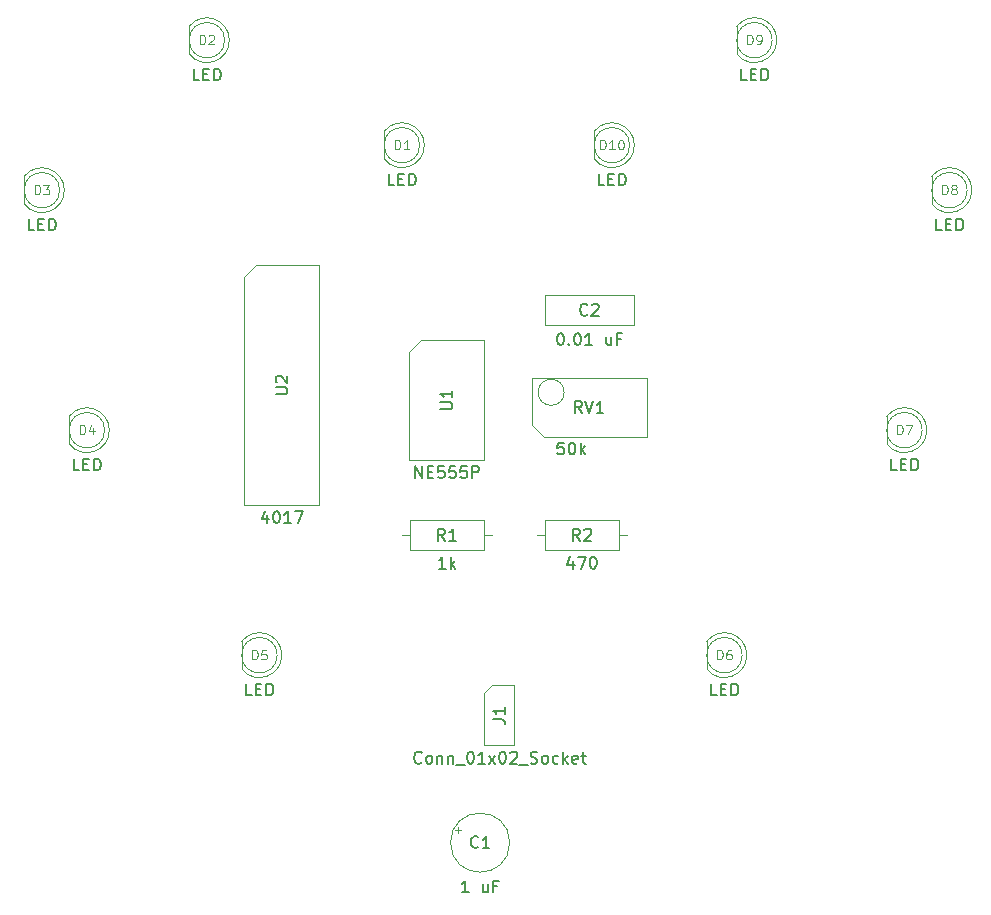
<source format=gbr>
%TF.GenerationSoftware,KiCad,Pcbnew,9.0.6*%
%TF.CreationDate,2026-02-17T17:24:45+05:30*%
%TF.ProjectId,blinky,626c696e-6b79-42e6-9b69-6361645f7063,rev?*%
%TF.SameCoordinates,Original*%
%TF.FileFunction,AssemblyDrawing,Top*%
%FSLAX46Y46*%
G04 Gerber Fmt 4.6, Leading zero omitted, Abs format (unit mm)*
G04 Created by KiCad (PCBNEW 9.0.6) date 2026-02-17 17:24:45*
%MOMM*%
%LPD*%
G01*
G04 APERTURE LIST*
%ADD10C,0.150000*%
%ADD11C,0.120000*%
%ADD12C,0.100000*%
G04 APERTURE END LIST*
D10*
X132072142Y-127874819D02*
X131595952Y-127874819D01*
X131595952Y-127874819D02*
X131595952Y-126874819D01*
X132405476Y-127351009D02*
X132738809Y-127351009D01*
X132881666Y-127874819D02*
X132405476Y-127874819D01*
X132405476Y-127874819D02*
X132405476Y-126874819D01*
X132405476Y-126874819D02*
X132881666Y-126874819D01*
X133310238Y-127874819D02*
X133310238Y-126874819D01*
X133310238Y-126874819D02*
X133548333Y-126874819D01*
X133548333Y-126874819D02*
X133691190Y-126922438D01*
X133691190Y-126922438D02*
X133786428Y-127017676D01*
X133786428Y-127017676D02*
X133834047Y-127112914D01*
X133834047Y-127112914D02*
X133881666Y-127303390D01*
X133881666Y-127303390D02*
X133881666Y-127446247D01*
X133881666Y-127446247D02*
X133834047Y-127636723D01*
X133834047Y-127636723D02*
X133786428Y-127731961D01*
X133786428Y-127731961D02*
X133691190Y-127827200D01*
X133691190Y-127827200D02*
X133548333Y-127874819D01*
X133548333Y-127874819D02*
X133310238Y-127874819D01*
D11*
X132124524Y-124823855D02*
X132124524Y-124023855D01*
X132124524Y-124023855D02*
X132315000Y-124023855D01*
X132315000Y-124023855D02*
X132429286Y-124061950D01*
X132429286Y-124061950D02*
X132505476Y-124138140D01*
X132505476Y-124138140D02*
X132543571Y-124214331D01*
X132543571Y-124214331D02*
X132581667Y-124366712D01*
X132581667Y-124366712D02*
X132581667Y-124480998D01*
X132581667Y-124480998D02*
X132543571Y-124633379D01*
X132543571Y-124633379D02*
X132505476Y-124709569D01*
X132505476Y-124709569D02*
X132429286Y-124785760D01*
X132429286Y-124785760D02*
X132315000Y-124823855D01*
X132315000Y-124823855D02*
X132124524Y-124823855D01*
X133305476Y-124023855D02*
X132924524Y-124023855D01*
X132924524Y-124023855D02*
X132886428Y-124404807D01*
X132886428Y-124404807D02*
X132924524Y-124366712D01*
X132924524Y-124366712D02*
X133000714Y-124328617D01*
X133000714Y-124328617D02*
X133191190Y-124328617D01*
X133191190Y-124328617D02*
X133267381Y-124366712D01*
X133267381Y-124366712D02*
X133305476Y-124404807D01*
X133305476Y-124404807D02*
X133343571Y-124480998D01*
X133343571Y-124480998D02*
X133343571Y-124671474D01*
X133343571Y-124671474D02*
X133305476Y-124747664D01*
X133305476Y-124747664D02*
X133267381Y-124785760D01*
X133267381Y-124785760D02*
X133191190Y-124823855D01*
X133191190Y-124823855D02*
X133000714Y-124823855D01*
X133000714Y-124823855D02*
X132924524Y-124785760D01*
X132924524Y-124785760D02*
X132886428Y-124747664D01*
D10*
X173982142Y-75804819D02*
X173505952Y-75804819D01*
X173505952Y-75804819D02*
X173505952Y-74804819D01*
X174315476Y-75281009D02*
X174648809Y-75281009D01*
X174791666Y-75804819D02*
X174315476Y-75804819D01*
X174315476Y-75804819D02*
X174315476Y-74804819D01*
X174315476Y-74804819D02*
X174791666Y-74804819D01*
X175220238Y-75804819D02*
X175220238Y-74804819D01*
X175220238Y-74804819D02*
X175458333Y-74804819D01*
X175458333Y-74804819D02*
X175601190Y-74852438D01*
X175601190Y-74852438D02*
X175696428Y-74947676D01*
X175696428Y-74947676D02*
X175744047Y-75042914D01*
X175744047Y-75042914D02*
X175791666Y-75233390D01*
X175791666Y-75233390D02*
X175791666Y-75376247D01*
X175791666Y-75376247D02*
X175744047Y-75566723D01*
X175744047Y-75566723D02*
X175696428Y-75661961D01*
X175696428Y-75661961D02*
X175601190Y-75757200D01*
X175601190Y-75757200D02*
X175458333Y-75804819D01*
X175458333Y-75804819D02*
X175220238Y-75804819D01*
D11*
X174034524Y-72753855D02*
X174034524Y-71953855D01*
X174034524Y-71953855D02*
X174225000Y-71953855D01*
X174225000Y-71953855D02*
X174339286Y-71991950D01*
X174339286Y-71991950D02*
X174415476Y-72068140D01*
X174415476Y-72068140D02*
X174453571Y-72144331D01*
X174453571Y-72144331D02*
X174491667Y-72296712D01*
X174491667Y-72296712D02*
X174491667Y-72410998D01*
X174491667Y-72410998D02*
X174453571Y-72563379D01*
X174453571Y-72563379D02*
X174415476Y-72639569D01*
X174415476Y-72639569D02*
X174339286Y-72715760D01*
X174339286Y-72715760D02*
X174225000Y-72753855D01*
X174225000Y-72753855D02*
X174034524Y-72753855D01*
X174872619Y-72753855D02*
X175025000Y-72753855D01*
X175025000Y-72753855D02*
X175101190Y-72715760D01*
X175101190Y-72715760D02*
X175139286Y-72677664D01*
X175139286Y-72677664D02*
X175215476Y-72563379D01*
X175215476Y-72563379D02*
X175253571Y-72410998D01*
X175253571Y-72410998D02*
X175253571Y-72106236D01*
X175253571Y-72106236D02*
X175215476Y-72030045D01*
X175215476Y-72030045D02*
X175177381Y-71991950D01*
X175177381Y-71991950D02*
X175101190Y-71953855D01*
X175101190Y-71953855D02*
X174948809Y-71953855D01*
X174948809Y-71953855D02*
X174872619Y-71991950D01*
X174872619Y-71991950D02*
X174834524Y-72030045D01*
X174834524Y-72030045D02*
X174796428Y-72106236D01*
X174796428Y-72106236D02*
X174796428Y-72296712D01*
X174796428Y-72296712D02*
X174834524Y-72372902D01*
X174834524Y-72372902D02*
X174872619Y-72410998D01*
X174872619Y-72410998D02*
X174948809Y-72449093D01*
X174948809Y-72449093D02*
X175101190Y-72449093D01*
X175101190Y-72449093D02*
X175177381Y-72410998D01*
X175177381Y-72410998D02*
X175215476Y-72372902D01*
X175215476Y-72372902D02*
X175253571Y-72296712D01*
D10*
X158472142Y-106459819D02*
X157995952Y-106459819D01*
X157995952Y-106459819D02*
X157948333Y-106936009D01*
X157948333Y-106936009D02*
X157995952Y-106888390D01*
X157995952Y-106888390D02*
X158091190Y-106840771D01*
X158091190Y-106840771D02*
X158329285Y-106840771D01*
X158329285Y-106840771D02*
X158424523Y-106888390D01*
X158424523Y-106888390D02*
X158472142Y-106936009D01*
X158472142Y-106936009D02*
X158519761Y-107031247D01*
X158519761Y-107031247D02*
X158519761Y-107269342D01*
X158519761Y-107269342D02*
X158472142Y-107364580D01*
X158472142Y-107364580D02*
X158424523Y-107412200D01*
X158424523Y-107412200D02*
X158329285Y-107459819D01*
X158329285Y-107459819D02*
X158091190Y-107459819D01*
X158091190Y-107459819D02*
X157995952Y-107412200D01*
X157995952Y-107412200D02*
X157948333Y-107364580D01*
X159138809Y-106459819D02*
X159234047Y-106459819D01*
X159234047Y-106459819D02*
X159329285Y-106507438D01*
X159329285Y-106507438D02*
X159376904Y-106555057D01*
X159376904Y-106555057D02*
X159424523Y-106650295D01*
X159424523Y-106650295D02*
X159472142Y-106840771D01*
X159472142Y-106840771D02*
X159472142Y-107078866D01*
X159472142Y-107078866D02*
X159424523Y-107269342D01*
X159424523Y-107269342D02*
X159376904Y-107364580D01*
X159376904Y-107364580D02*
X159329285Y-107412200D01*
X159329285Y-107412200D02*
X159234047Y-107459819D01*
X159234047Y-107459819D02*
X159138809Y-107459819D01*
X159138809Y-107459819D02*
X159043571Y-107412200D01*
X159043571Y-107412200D02*
X158995952Y-107364580D01*
X158995952Y-107364580D02*
X158948333Y-107269342D01*
X158948333Y-107269342D02*
X158900714Y-107078866D01*
X158900714Y-107078866D02*
X158900714Y-106840771D01*
X158900714Y-106840771D02*
X158948333Y-106650295D01*
X158948333Y-106650295D02*
X158995952Y-106555057D01*
X158995952Y-106555057D02*
X159043571Y-106507438D01*
X159043571Y-106507438D02*
X159138809Y-106459819D01*
X159900714Y-107459819D02*
X159900714Y-106459819D01*
X159995952Y-107078866D02*
X160281666Y-107459819D01*
X160281666Y-106793152D02*
X159900714Y-107174104D01*
X160019761Y-103959819D02*
X159686428Y-103483628D01*
X159448333Y-103959819D02*
X159448333Y-102959819D01*
X159448333Y-102959819D02*
X159829285Y-102959819D01*
X159829285Y-102959819D02*
X159924523Y-103007438D01*
X159924523Y-103007438D02*
X159972142Y-103055057D01*
X159972142Y-103055057D02*
X160019761Y-103150295D01*
X160019761Y-103150295D02*
X160019761Y-103293152D01*
X160019761Y-103293152D02*
X159972142Y-103388390D01*
X159972142Y-103388390D02*
X159924523Y-103436009D01*
X159924523Y-103436009D02*
X159829285Y-103483628D01*
X159829285Y-103483628D02*
X159448333Y-103483628D01*
X160305476Y-102959819D02*
X160638809Y-103959819D01*
X160638809Y-103959819D02*
X160972142Y-102959819D01*
X161829285Y-103959819D02*
X161257857Y-103959819D01*
X161543571Y-103959819D02*
X161543571Y-102959819D01*
X161543571Y-102959819D02*
X161448333Y-103102676D01*
X161448333Y-103102676D02*
X161353095Y-103197914D01*
X161353095Y-103197914D02*
X161257857Y-103245533D01*
X186682142Y-108824819D02*
X186205952Y-108824819D01*
X186205952Y-108824819D02*
X186205952Y-107824819D01*
X187015476Y-108301009D02*
X187348809Y-108301009D01*
X187491666Y-108824819D02*
X187015476Y-108824819D01*
X187015476Y-108824819D02*
X187015476Y-107824819D01*
X187015476Y-107824819D02*
X187491666Y-107824819D01*
X187920238Y-108824819D02*
X187920238Y-107824819D01*
X187920238Y-107824819D02*
X188158333Y-107824819D01*
X188158333Y-107824819D02*
X188301190Y-107872438D01*
X188301190Y-107872438D02*
X188396428Y-107967676D01*
X188396428Y-107967676D02*
X188444047Y-108062914D01*
X188444047Y-108062914D02*
X188491666Y-108253390D01*
X188491666Y-108253390D02*
X188491666Y-108396247D01*
X188491666Y-108396247D02*
X188444047Y-108586723D01*
X188444047Y-108586723D02*
X188396428Y-108681961D01*
X188396428Y-108681961D02*
X188301190Y-108777200D01*
X188301190Y-108777200D02*
X188158333Y-108824819D01*
X188158333Y-108824819D02*
X187920238Y-108824819D01*
D11*
X186734524Y-105773855D02*
X186734524Y-104973855D01*
X186734524Y-104973855D02*
X186925000Y-104973855D01*
X186925000Y-104973855D02*
X187039286Y-105011950D01*
X187039286Y-105011950D02*
X187115476Y-105088140D01*
X187115476Y-105088140D02*
X187153571Y-105164331D01*
X187153571Y-105164331D02*
X187191667Y-105316712D01*
X187191667Y-105316712D02*
X187191667Y-105430998D01*
X187191667Y-105430998D02*
X187153571Y-105583379D01*
X187153571Y-105583379D02*
X187115476Y-105659569D01*
X187115476Y-105659569D02*
X187039286Y-105735760D01*
X187039286Y-105735760D02*
X186925000Y-105773855D01*
X186925000Y-105773855D02*
X186734524Y-105773855D01*
X187458333Y-104973855D02*
X187991667Y-104973855D01*
X187991667Y-104973855D02*
X187648809Y-105773855D01*
D10*
X190492142Y-88504819D02*
X190015952Y-88504819D01*
X190015952Y-88504819D02*
X190015952Y-87504819D01*
X190825476Y-87981009D02*
X191158809Y-87981009D01*
X191301666Y-88504819D02*
X190825476Y-88504819D01*
X190825476Y-88504819D02*
X190825476Y-87504819D01*
X190825476Y-87504819D02*
X191301666Y-87504819D01*
X191730238Y-88504819D02*
X191730238Y-87504819D01*
X191730238Y-87504819D02*
X191968333Y-87504819D01*
X191968333Y-87504819D02*
X192111190Y-87552438D01*
X192111190Y-87552438D02*
X192206428Y-87647676D01*
X192206428Y-87647676D02*
X192254047Y-87742914D01*
X192254047Y-87742914D02*
X192301666Y-87933390D01*
X192301666Y-87933390D02*
X192301666Y-88076247D01*
X192301666Y-88076247D02*
X192254047Y-88266723D01*
X192254047Y-88266723D02*
X192206428Y-88361961D01*
X192206428Y-88361961D02*
X192111190Y-88457200D01*
X192111190Y-88457200D02*
X191968333Y-88504819D01*
X191968333Y-88504819D02*
X191730238Y-88504819D01*
D11*
X190544524Y-85453855D02*
X190544524Y-84653855D01*
X190544524Y-84653855D02*
X190735000Y-84653855D01*
X190735000Y-84653855D02*
X190849286Y-84691950D01*
X190849286Y-84691950D02*
X190925476Y-84768140D01*
X190925476Y-84768140D02*
X190963571Y-84844331D01*
X190963571Y-84844331D02*
X191001667Y-84996712D01*
X191001667Y-84996712D02*
X191001667Y-85110998D01*
X191001667Y-85110998D02*
X190963571Y-85263379D01*
X190963571Y-85263379D02*
X190925476Y-85339569D01*
X190925476Y-85339569D02*
X190849286Y-85415760D01*
X190849286Y-85415760D02*
X190735000Y-85453855D01*
X190735000Y-85453855D02*
X190544524Y-85453855D01*
X191458809Y-84996712D02*
X191382619Y-84958617D01*
X191382619Y-84958617D02*
X191344524Y-84920521D01*
X191344524Y-84920521D02*
X191306428Y-84844331D01*
X191306428Y-84844331D02*
X191306428Y-84806236D01*
X191306428Y-84806236D02*
X191344524Y-84730045D01*
X191344524Y-84730045D02*
X191382619Y-84691950D01*
X191382619Y-84691950D02*
X191458809Y-84653855D01*
X191458809Y-84653855D02*
X191611190Y-84653855D01*
X191611190Y-84653855D02*
X191687381Y-84691950D01*
X191687381Y-84691950D02*
X191725476Y-84730045D01*
X191725476Y-84730045D02*
X191763571Y-84806236D01*
X191763571Y-84806236D02*
X191763571Y-84844331D01*
X191763571Y-84844331D02*
X191725476Y-84920521D01*
X191725476Y-84920521D02*
X191687381Y-84958617D01*
X191687381Y-84958617D02*
X191611190Y-84996712D01*
X191611190Y-84996712D02*
X191458809Y-84996712D01*
X191458809Y-84996712D02*
X191382619Y-85034807D01*
X191382619Y-85034807D02*
X191344524Y-85072902D01*
X191344524Y-85072902D02*
X191306428Y-85149093D01*
X191306428Y-85149093D02*
X191306428Y-85301474D01*
X191306428Y-85301474D02*
X191344524Y-85377664D01*
X191344524Y-85377664D02*
X191382619Y-85415760D01*
X191382619Y-85415760D02*
X191458809Y-85453855D01*
X191458809Y-85453855D02*
X191611190Y-85453855D01*
X191611190Y-85453855D02*
X191687381Y-85415760D01*
X191687381Y-85415760D02*
X191725476Y-85377664D01*
X191725476Y-85377664D02*
X191763571Y-85301474D01*
X191763571Y-85301474D02*
X191763571Y-85149093D01*
X191763571Y-85149093D02*
X191725476Y-85072902D01*
X191725476Y-85072902D02*
X191687381Y-85034807D01*
X191687381Y-85034807D02*
X191611190Y-84996712D01*
D10*
X161917142Y-84694819D02*
X161440952Y-84694819D01*
X161440952Y-84694819D02*
X161440952Y-83694819D01*
X162250476Y-84171009D02*
X162583809Y-84171009D01*
X162726666Y-84694819D02*
X162250476Y-84694819D01*
X162250476Y-84694819D02*
X162250476Y-83694819D01*
X162250476Y-83694819D02*
X162726666Y-83694819D01*
X163155238Y-84694819D02*
X163155238Y-83694819D01*
X163155238Y-83694819D02*
X163393333Y-83694819D01*
X163393333Y-83694819D02*
X163536190Y-83742438D01*
X163536190Y-83742438D02*
X163631428Y-83837676D01*
X163631428Y-83837676D02*
X163679047Y-83932914D01*
X163679047Y-83932914D02*
X163726666Y-84123390D01*
X163726666Y-84123390D02*
X163726666Y-84266247D01*
X163726666Y-84266247D02*
X163679047Y-84456723D01*
X163679047Y-84456723D02*
X163631428Y-84551961D01*
X163631428Y-84551961D02*
X163536190Y-84647200D01*
X163536190Y-84647200D02*
X163393333Y-84694819D01*
X163393333Y-84694819D02*
X163155238Y-84694819D01*
D11*
X161588571Y-81643855D02*
X161588571Y-80843855D01*
X161588571Y-80843855D02*
X161779047Y-80843855D01*
X161779047Y-80843855D02*
X161893333Y-80881950D01*
X161893333Y-80881950D02*
X161969523Y-80958140D01*
X161969523Y-80958140D02*
X162007618Y-81034331D01*
X162007618Y-81034331D02*
X162045714Y-81186712D01*
X162045714Y-81186712D02*
X162045714Y-81300998D01*
X162045714Y-81300998D02*
X162007618Y-81453379D01*
X162007618Y-81453379D02*
X161969523Y-81529569D01*
X161969523Y-81529569D02*
X161893333Y-81605760D01*
X161893333Y-81605760D02*
X161779047Y-81643855D01*
X161779047Y-81643855D02*
X161588571Y-81643855D01*
X162807618Y-81643855D02*
X162350475Y-81643855D01*
X162579047Y-81643855D02*
X162579047Y-80843855D01*
X162579047Y-80843855D02*
X162502856Y-80958140D01*
X162502856Y-80958140D02*
X162426666Y-81034331D01*
X162426666Y-81034331D02*
X162350475Y-81072426D01*
X163302857Y-80843855D02*
X163379047Y-80843855D01*
X163379047Y-80843855D02*
X163455238Y-80881950D01*
X163455238Y-80881950D02*
X163493333Y-80920045D01*
X163493333Y-80920045D02*
X163531428Y-80996236D01*
X163531428Y-80996236D02*
X163569523Y-81148617D01*
X163569523Y-81148617D02*
X163569523Y-81339093D01*
X163569523Y-81339093D02*
X163531428Y-81491474D01*
X163531428Y-81491474D02*
X163493333Y-81567664D01*
X163493333Y-81567664D02*
X163455238Y-81605760D01*
X163455238Y-81605760D02*
X163379047Y-81643855D01*
X163379047Y-81643855D02*
X163302857Y-81643855D01*
X163302857Y-81643855D02*
X163226666Y-81605760D01*
X163226666Y-81605760D02*
X163188571Y-81567664D01*
X163188571Y-81567664D02*
X163150476Y-81491474D01*
X163150476Y-81491474D02*
X163112380Y-81339093D01*
X163112380Y-81339093D02*
X163112380Y-81148617D01*
X163112380Y-81148617D02*
X163150476Y-80996236D01*
X163150476Y-80996236D02*
X163188571Y-80920045D01*
X163188571Y-80920045D02*
X163226666Y-80881950D01*
X163226666Y-80881950D02*
X163302857Y-80843855D01*
D10*
X148470952Y-117124819D02*
X147899524Y-117124819D01*
X148185238Y-117124819D02*
X148185238Y-116124819D01*
X148185238Y-116124819D02*
X148090000Y-116267676D01*
X148090000Y-116267676D02*
X147994762Y-116362914D01*
X147994762Y-116362914D02*
X147899524Y-116410533D01*
X148899524Y-117124819D02*
X148899524Y-116124819D01*
X148994762Y-116743866D02*
X149280476Y-117124819D01*
X149280476Y-116458152D02*
X148899524Y-116839104D01*
X148423333Y-114754819D02*
X148090000Y-114278628D01*
X147851905Y-114754819D02*
X147851905Y-113754819D01*
X147851905Y-113754819D02*
X148232857Y-113754819D01*
X148232857Y-113754819D02*
X148328095Y-113802438D01*
X148328095Y-113802438D02*
X148375714Y-113850057D01*
X148375714Y-113850057D02*
X148423333Y-113945295D01*
X148423333Y-113945295D02*
X148423333Y-114088152D01*
X148423333Y-114088152D02*
X148375714Y-114183390D01*
X148375714Y-114183390D02*
X148328095Y-114231009D01*
X148328095Y-114231009D02*
X148232857Y-114278628D01*
X148232857Y-114278628D02*
X147851905Y-114278628D01*
X149375714Y-114754819D02*
X148804286Y-114754819D01*
X149090000Y-114754819D02*
X149090000Y-113754819D01*
X149090000Y-113754819D02*
X148994762Y-113897676D01*
X148994762Y-113897676D02*
X148899524Y-113992914D01*
X148899524Y-113992914D02*
X148804286Y-114040533D01*
X144137142Y-84694819D02*
X143660952Y-84694819D01*
X143660952Y-84694819D02*
X143660952Y-83694819D01*
X144470476Y-84171009D02*
X144803809Y-84171009D01*
X144946666Y-84694819D02*
X144470476Y-84694819D01*
X144470476Y-84694819D02*
X144470476Y-83694819D01*
X144470476Y-83694819D02*
X144946666Y-83694819D01*
X145375238Y-84694819D02*
X145375238Y-83694819D01*
X145375238Y-83694819D02*
X145613333Y-83694819D01*
X145613333Y-83694819D02*
X145756190Y-83742438D01*
X145756190Y-83742438D02*
X145851428Y-83837676D01*
X145851428Y-83837676D02*
X145899047Y-83932914D01*
X145899047Y-83932914D02*
X145946666Y-84123390D01*
X145946666Y-84123390D02*
X145946666Y-84266247D01*
X145946666Y-84266247D02*
X145899047Y-84456723D01*
X145899047Y-84456723D02*
X145851428Y-84551961D01*
X145851428Y-84551961D02*
X145756190Y-84647200D01*
X145756190Y-84647200D02*
X145613333Y-84694819D01*
X145613333Y-84694819D02*
X145375238Y-84694819D01*
D11*
X144189524Y-81643855D02*
X144189524Y-80843855D01*
X144189524Y-80843855D02*
X144380000Y-80843855D01*
X144380000Y-80843855D02*
X144494286Y-80881950D01*
X144494286Y-80881950D02*
X144570476Y-80958140D01*
X144570476Y-80958140D02*
X144608571Y-81034331D01*
X144608571Y-81034331D02*
X144646667Y-81186712D01*
X144646667Y-81186712D02*
X144646667Y-81300998D01*
X144646667Y-81300998D02*
X144608571Y-81453379D01*
X144608571Y-81453379D02*
X144570476Y-81529569D01*
X144570476Y-81529569D02*
X144494286Y-81605760D01*
X144494286Y-81605760D02*
X144380000Y-81643855D01*
X144380000Y-81643855D02*
X144189524Y-81643855D01*
X145408571Y-81643855D02*
X144951428Y-81643855D01*
X145180000Y-81643855D02*
X145180000Y-80843855D01*
X145180000Y-80843855D02*
X145103809Y-80958140D01*
X145103809Y-80958140D02*
X145027619Y-81034331D01*
X145027619Y-81034331D02*
X144951428Y-81072426D01*
D10*
X113657142Y-88504819D02*
X113180952Y-88504819D01*
X113180952Y-88504819D02*
X113180952Y-87504819D01*
X113990476Y-87981009D02*
X114323809Y-87981009D01*
X114466666Y-88504819D02*
X113990476Y-88504819D01*
X113990476Y-88504819D02*
X113990476Y-87504819D01*
X113990476Y-87504819D02*
X114466666Y-87504819D01*
X114895238Y-88504819D02*
X114895238Y-87504819D01*
X114895238Y-87504819D02*
X115133333Y-87504819D01*
X115133333Y-87504819D02*
X115276190Y-87552438D01*
X115276190Y-87552438D02*
X115371428Y-87647676D01*
X115371428Y-87647676D02*
X115419047Y-87742914D01*
X115419047Y-87742914D02*
X115466666Y-87933390D01*
X115466666Y-87933390D02*
X115466666Y-88076247D01*
X115466666Y-88076247D02*
X115419047Y-88266723D01*
X115419047Y-88266723D02*
X115371428Y-88361961D01*
X115371428Y-88361961D02*
X115276190Y-88457200D01*
X115276190Y-88457200D02*
X115133333Y-88504819D01*
X115133333Y-88504819D02*
X114895238Y-88504819D01*
D11*
X113709524Y-85453855D02*
X113709524Y-84653855D01*
X113709524Y-84653855D02*
X113900000Y-84653855D01*
X113900000Y-84653855D02*
X114014286Y-84691950D01*
X114014286Y-84691950D02*
X114090476Y-84768140D01*
X114090476Y-84768140D02*
X114128571Y-84844331D01*
X114128571Y-84844331D02*
X114166667Y-84996712D01*
X114166667Y-84996712D02*
X114166667Y-85110998D01*
X114166667Y-85110998D02*
X114128571Y-85263379D01*
X114128571Y-85263379D02*
X114090476Y-85339569D01*
X114090476Y-85339569D02*
X114014286Y-85415760D01*
X114014286Y-85415760D02*
X113900000Y-85453855D01*
X113900000Y-85453855D02*
X113709524Y-85453855D01*
X114433333Y-84653855D02*
X114928571Y-84653855D01*
X114928571Y-84653855D02*
X114661905Y-84958617D01*
X114661905Y-84958617D02*
X114776190Y-84958617D01*
X114776190Y-84958617D02*
X114852381Y-84996712D01*
X114852381Y-84996712D02*
X114890476Y-85034807D01*
X114890476Y-85034807D02*
X114928571Y-85110998D01*
X114928571Y-85110998D02*
X114928571Y-85301474D01*
X114928571Y-85301474D02*
X114890476Y-85377664D01*
X114890476Y-85377664D02*
X114852381Y-85415760D01*
X114852381Y-85415760D02*
X114776190Y-85453855D01*
X114776190Y-85453855D02*
X114547619Y-85453855D01*
X114547619Y-85453855D02*
X114471428Y-85415760D01*
X114471428Y-85415760D02*
X114433333Y-85377664D01*
D10*
X127627142Y-75804819D02*
X127150952Y-75804819D01*
X127150952Y-75804819D02*
X127150952Y-74804819D01*
X127960476Y-75281009D02*
X128293809Y-75281009D01*
X128436666Y-75804819D02*
X127960476Y-75804819D01*
X127960476Y-75804819D02*
X127960476Y-74804819D01*
X127960476Y-74804819D02*
X128436666Y-74804819D01*
X128865238Y-75804819D02*
X128865238Y-74804819D01*
X128865238Y-74804819D02*
X129103333Y-74804819D01*
X129103333Y-74804819D02*
X129246190Y-74852438D01*
X129246190Y-74852438D02*
X129341428Y-74947676D01*
X129341428Y-74947676D02*
X129389047Y-75042914D01*
X129389047Y-75042914D02*
X129436666Y-75233390D01*
X129436666Y-75233390D02*
X129436666Y-75376247D01*
X129436666Y-75376247D02*
X129389047Y-75566723D01*
X129389047Y-75566723D02*
X129341428Y-75661961D01*
X129341428Y-75661961D02*
X129246190Y-75757200D01*
X129246190Y-75757200D02*
X129103333Y-75804819D01*
X129103333Y-75804819D02*
X128865238Y-75804819D01*
D11*
X127679524Y-72753855D02*
X127679524Y-71953855D01*
X127679524Y-71953855D02*
X127870000Y-71953855D01*
X127870000Y-71953855D02*
X127984286Y-71991950D01*
X127984286Y-71991950D02*
X128060476Y-72068140D01*
X128060476Y-72068140D02*
X128098571Y-72144331D01*
X128098571Y-72144331D02*
X128136667Y-72296712D01*
X128136667Y-72296712D02*
X128136667Y-72410998D01*
X128136667Y-72410998D02*
X128098571Y-72563379D01*
X128098571Y-72563379D02*
X128060476Y-72639569D01*
X128060476Y-72639569D02*
X127984286Y-72715760D01*
X127984286Y-72715760D02*
X127870000Y-72753855D01*
X127870000Y-72753855D02*
X127679524Y-72753855D01*
X128441428Y-72030045D02*
X128479524Y-71991950D01*
X128479524Y-71991950D02*
X128555714Y-71953855D01*
X128555714Y-71953855D02*
X128746190Y-71953855D01*
X128746190Y-71953855D02*
X128822381Y-71991950D01*
X128822381Y-71991950D02*
X128860476Y-72030045D01*
X128860476Y-72030045D02*
X128898571Y-72106236D01*
X128898571Y-72106236D02*
X128898571Y-72182426D01*
X128898571Y-72182426D02*
X128860476Y-72296712D01*
X128860476Y-72296712D02*
X128403333Y-72753855D01*
X128403333Y-72753855D02*
X128898571Y-72753855D01*
D10*
X158155000Y-97204819D02*
X158250238Y-97204819D01*
X158250238Y-97204819D02*
X158345476Y-97252438D01*
X158345476Y-97252438D02*
X158393095Y-97300057D01*
X158393095Y-97300057D02*
X158440714Y-97395295D01*
X158440714Y-97395295D02*
X158488333Y-97585771D01*
X158488333Y-97585771D02*
X158488333Y-97823866D01*
X158488333Y-97823866D02*
X158440714Y-98014342D01*
X158440714Y-98014342D02*
X158393095Y-98109580D01*
X158393095Y-98109580D02*
X158345476Y-98157200D01*
X158345476Y-98157200D02*
X158250238Y-98204819D01*
X158250238Y-98204819D02*
X158155000Y-98204819D01*
X158155000Y-98204819D02*
X158059762Y-98157200D01*
X158059762Y-98157200D02*
X158012143Y-98109580D01*
X158012143Y-98109580D02*
X157964524Y-98014342D01*
X157964524Y-98014342D02*
X157916905Y-97823866D01*
X157916905Y-97823866D02*
X157916905Y-97585771D01*
X157916905Y-97585771D02*
X157964524Y-97395295D01*
X157964524Y-97395295D02*
X158012143Y-97300057D01*
X158012143Y-97300057D02*
X158059762Y-97252438D01*
X158059762Y-97252438D02*
X158155000Y-97204819D01*
X158916905Y-98109580D02*
X158964524Y-98157200D01*
X158964524Y-98157200D02*
X158916905Y-98204819D01*
X158916905Y-98204819D02*
X158869286Y-98157200D01*
X158869286Y-98157200D02*
X158916905Y-98109580D01*
X158916905Y-98109580D02*
X158916905Y-98204819D01*
X159583571Y-97204819D02*
X159678809Y-97204819D01*
X159678809Y-97204819D02*
X159774047Y-97252438D01*
X159774047Y-97252438D02*
X159821666Y-97300057D01*
X159821666Y-97300057D02*
X159869285Y-97395295D01*
X159869285Y-97395295D02*
X159916904Y-97585771D01*
X159916904Y-97585771D02*
X159916904Y-97823866D01*
X159916904Y-97823866D02*
X159869285Y-98014342D01*
X159869285Y-98014342D02*
X159821666Y-98109580D01*
X159821666Y-98109580D02*
X159774047Y-98157200D01*
X159774047Y-98157200D02*
X159678809Y-98204819D01*
X159678809Y-98204819D02*
X159583571Y-98204819D01*
X159583571Y-98204819D02*
X159488333Y-98157200D01*
X159488333Y-98157200D02*
X159440714Y-98109580D01*
X159440714Y-98109580D02*
X159393095Y-98014342D01*
X159393095Y-98014342D02*
X159345476Y-97823866D01*
X159345476Y-97823866D02*
X159345476Y-97585771D01*
X159345476Y-97585771D02*
X159393095Y-97395295D01*
X159393095Y-97395295D02*
X159440714Y-97300057D01*
X159440714Y-97300057D02*
X159488333Y-97252438D01*
X159488333Y-97252438D02*
X159583571Y-97204819D01*
X160869285Y-98204819D02*
X160297857Y-98204819D01*
X160583571Y-98204819D02*
X160583571Y-97204819D01*
X160583571Y-97204819D02*
X160488333Y-97347676D01*
X160488333Y-97347676D02*
X160393095Y-97442914D01*
X160393095Y-97442914D02*
X160297857Y-97490533D01*
X162488333Y-97538152D02*
X162488333Y-98204819D01*
X162059762Y-97538152D02*
X162059762Y-98061961D01*
X162059762Y-98061961D02*
X162107381Y-98157200D01*
X162107381Y-98157200D02*
X162202619Y-98204819D01*
X162202619Y-98204819D02*
X162345476Y-98204819D01*
X162345476Y-98204819D02*
X162440714Y-98157200D01*
X162440714Y-98157200D02*
X162488333Y-98109580D01*
X163297857Y-97681009D02*
X162964524Y-97681009D01*
X162964524Y-98204819D02*
X162964524Y-97204819D01*
X162964524Y-97204819D02*
X163440714Y-97204819D01*
X160488333Y-95609580D02*
X160440714Y-95657200D01*
X160440714Y-95657200D02*
X160297857Y-95704819D01*
X160297857Y-95704819D02*
X160202619Y-95704819D01*
X160202619Y-95704819D02*
X160059762Y-95657200D01*
X160059762Y-95657200D02*
X159964524Y-95561961D01*
X159964524Y-95561961D02*
X159916905Y-95466723D01*
X159916905Y-95466723D02*
X159869286Y-95276247D01*
X159869286Y-95276247D02*
X159869286Y-95133390D01*
X159869286Y-95133390D02*
X159916905Y-94942914D01*
X159916905Y-94942914D02*
X159964524Y-94847676D01*
X159964524Y-94847676D02*
X160059762Y-94752438D01*
X160059762Y-94752438D02*
X160202619Y-94704819D01*
X160202619Y-94704819D02*
X160297857Y-94704819D01*
X160297857Y-94704819D02*
X160440714Y-94752438D01*
X160440714Y-94752438D02*
X160488333Y-94800057D01*
X160869286Y-94800057D02*
X160916905Y-94752438D01*
X160916905Y-94752438D02*
X161012143Y-94704819D01*
X161012143Y-94704819D02*
X161250238Y-94704819D01*
X161250238Y-94704819D02*
X161345476Y-94752438D01*
X161345476Y-94752438D02*
X161393095Y-94800057D01*
X161393095Y-94800057D02*
X161440714Y-94895295D01*
X161440714Y-94895295D02*
X161440714Y-94990533D01*
X161440714Y-94990533D02*
X161393095Y-95133390D01*
X161393095Y-95133390D02*
X160821667Y-95704819D01*
X160821667Y-95704819D02*
X161440714Y-95704819D01*
X150423809Y-144539819D02*
X149852381Y-144539819D01*
X150138095Y-144539819D02*
X150138095Y-143539819D01*
X150138095Y-143539819D02*
X150042857Y-143682676D01*
X150042857Y-143682676D02*
X149947619Y-143777914D01*
X149947619Y-143777914D02*
X149852381Y-143825533D01*
X152042857Y-143873152D02*
X152042857Y-144539819D01*
X151614286Y-143873152D02*
X151614286Y-144396961D01*
X151614286Y-144396961D02*
X151661905Y-144492200D01*
X151661905Y-144492200D02*
X151757143Y-144539819D01*
X151757143Y-144539819D02*
X151900000Y-144539819D01*
X151900000Y-144539819D02*
X151995238Y-144492200D01*
X151995238Y-144492200D02*
X152042857Y-144444580D01*
X152852381Y-144016009D02*
X152519048Y-144016009D01*
X152519048Y-144539819D02*
X152519048Y-143539819D01*
X152519048Y-143539819D02*
X152995238Y-143539819D01*
X151233333Y-140694580D02*
X151185714Y-140742200D01*
X151185714Y-140742200D02*
X151042857Y-140789819D01*
X151042857Y-140789819D02*
X150947619Y-140789819D01*
X150947619Y-140789819D02*
X150804762Y-140742200D01*
X150804762Y-140742200D02*
X150709524Y-140646961D01*
X150709524Y-140646961D02*
X150661905Y-140551723D01*
X150661905Y-140551723D02*
X150614286Y-140361247D01*
X150614286Y-140361247D02*
X150614286Y-140218390D01*
X150614286Y-140218390D02*
X150661905Y-140027914D01*
X150661905Y-140027914D02*
X150709524Y-139932676D01*
X150709524Y-139932676D02*
X150804762Y-139837438D01*
X150804762Y-139837438D02*
X150947619Y-139789819D01*
X150947619Y-139789819D02*
X151042857Y-139789819D01*
X151042857Y-139789819D02*
X151185714Y-139837438D01*
X151185714Y-139837438D02*
X151233333Y-139885057D01*
X152185714Y-140789819D02*
X151614286Y-140789819D01*
X151900000Y-140789819D02*
X151900000Y-139789819D01*
X151900000Y-139789819D02*
X151804762Y-139932676D01*
X151804762Y-139932676D02*
X151709524Y-140027914D01*
X151709524Y-140027914D02*
X151614286Y-140075533D01*
X159258095Y-116458152D02*
X159258095Y-117124819D01*
X159020000Y-116077200D02*
X158781905Y-116791485D01*
X158781905Y-116791485D02*
X159400952Y-116791485D01*
X159686667Y-116124819D02*
X160353333Y-116124819D01*
X160353333Y-116124819D02*
X159924762Y-117124819D01*
X160924762Y-116124819D02*
X161020000Y-116124819D01*
X161020000Y-116124819D02*
X161115238Y-116172438D01*
X161115238Y-116172438D02*
X161162857Y-116220057D01*
X161162857Y-116220057D02*
X161210476Y-116315295D01*
X161210476Y-116315295D02*
X161258095Y-116505771D01*
X161258095Y-116505771D02*
X161258095Y-116743866D01*
X161258095Y-116743866D02*
X161210476Y-116934342D01*
X161210476Y-116934342D02*
X161162857Y-117029580D01*
X161162857Y-117029580D02*
X161115238Y-117077200D01*
X161115238Y-117077200D02*
X161020000Y-117124819D01*
X161020000Y-117124819D02*
X160924762Y-117124819D01*
X160924762Y-117124819D02*
X160829524Y-117077200D01*
X160829524Y-117077200D02*
X160781905Y-117029580D01*
X160781905Y-117029580D02*
X160734286Y-116934342D01*
X160734286Y-116934342D02*
X160686667Y-116743866D01*
X160686667Y-116743866D02*
X160686667Y-116505771D01*
X160686667Y-116505771D02*
X160734286Y-116315295D01*
X160734286Y-116315295D02*
X160781905Y-116220057D01*
X160781905Y-116220057D02*
X160829524Y-116172438D01*
X160829524Y-116172438D02*
X160924762Y-116124819D01*
X159853333Y-114754819D02*
X159520000Y-114278628D01*
X159281905Y-114754819D02*
X159281905Y-113754819D01*
X159281905Y-113754819D02*
X159662857Y-113754819D01*
X159662857Y-113754819D02*
X159758095Y-113802438D01*
X159758095Y-113802438D02*
X159805714Y-113850057D01*
X159805714Y-113850057D02*
X159853333Y-113945295D01*
X159853333Y-113945295D02*
X159853333Y-114088152D01*
X159853333Y-114088152D02*
X159805714Y-114183390D01*
X159805714Y-114183390D02*
X159758095Y-114231009D01*
X159758095Y-114231009D02*
X159662857Y-114278628D01*
X159662857Y-114278628D02*
X159281905Y-114278628D01*
X160234286Y-113850057D02*
X160281905Y-113802438D01*
X160281905Y-113802438D02*
X160377143Y-113754819D01*
X160377143Y-113754819D02*
X160615238Y-113754819D01*
X160615238Y-113754819D02*
X160710476Y-113802438D01*
X160710476Y-113802438D02*
X160758095Y-113850057D01*
X160758095Y-113850057D02*
X160805714Y-113945295D01*
X160805714Y-113945295D02*
X160805714Y-114040533D01*
X160805714Y-114040533D02*
X160758095Y-114183390D01*
X160758095Y-114183390D02*
X160186667Y-114754819D01*
X160186667Y-114754819D02*
X160805714Y-114754819D01*
X117467142Y-108824819D02*
X116990952Y-108824819D01*
X116990952Y-108824819D02*
X116990952Y-107824819D01*
X117800476Y-108301009D02*
X118133809Y-108301009D01*
X118276666Y-108824819D02*
X117800476Y-108824819D01*
X117800476Y-108824819D02*
X117800476Y-107824819D01*
X117800476Y-107824819D02*
X118276666Y-107824819D01*
X118705238Y-108824819D02*
X118705238Y-107824819D01*
X118705238Y-107824819D02*
X118943333Y-107824819D01*
X118943333Y-107824819D02*
X119086190Y-107872438D01*
X119086190Y-107872438D02*
X119181428Y-107967676D01*
X119181428Y-107967676D02*
X119229047Y-108062914D01*
X119229047Y-108062914D02*
X119276666Y-108253390D01*
X119276666Y-108253390D02*
X119276666Y-108396247D01*
X119276666Y-108396247D02*
X119229047Y-108586723D01*
X119229047Y-108586723D02*
X119181428Y-108681961D01*
X119181428Y-108681961D02*
X119086190Y-108777200D01*
X119086190Y-108777200D02*
X118943333Y-108824819D01*
X118943333Y-108824819D02*
X118705238Y-108824819D01*
D11*
X117519524Y-105773855D02*
X117519524Y-104973855D01*
X117519524Y-104973855D02*
X117710000Y-104973855D01*
X117710000Y-104973855D02*
X117824286Y-105011950D01*
X117824286Y-105011950D02*
X117900476Y-105088140D01*
X117900476Y-105088140D02*
X117938571Y-105164331D01*
X117938571Y-105164331D02*
X117976667Y-105316712D01*
X117976667Y-105316712D02*
X117976667Y-105430998D01*
X117976667Y-105430998D02*
X117938571Y-105583379D01*
X117938571Y-105583379D02*
X117900476Y-105659569D01*
X117900476Y-105659569D02*
X117824286Y-105735760D01*
X117824286Y-105735760D02*
X117710000Y-105773855D01*
X117710000Y-105773855D02*
X117519524Y-105773855D01*
X118662381Y-105240521D02*
X118662381Y-105773855D01*
X118471905Y-104935760D02*
X118281428Y-105507188D01*
X118281428Y-105507188D02*
X118776667Y-105507188D01*
D10*
X145923333Y-109464819D02*
X145923333Y-108464819D01*
X145923333Y-108464819D02*
X146494761Y-109464819D01*
X146494761Y-109464819D02*
X146494761Y-108464819D01*
X146970952Y-108941009D02*
X147304285Y-108941009D01*
X147447142Y-109464819D02*
X146970952Y-109464819D01*
X146970952Y-109464819D02*
X146970952Y-108464819D01*
X146970952Y-108464819D02*
X147447142Y-108464819D01*
X148351904Y-108464819D02*
X147875714Y-108464819D01*
X147875714Y-108464819D02*
X147828095Y-108941009D01*
X147828095Y-108941009D02*
X147875714Y-108893390D01*
X147875714Y-108893390D02*
X147970952Y-108845771D01*
X147970952Y-108845771D02*
X148209047Y-108845771D01*
X148209047Y-108845771D02*
X148304285Y-108893390D01*
X148304285Y-108893390D02*
X148351904Y-108941009D01*
X148351904Y-108941009D02*
X148399523Y-109036247D01*
X148399523Y-109036247D02*
X148399523Y-109274342D01*
X148399523Y-109274342D02*
X148351904Y-109369580D01*
X148351904Y-109369580D02*
X148304285Y-109417200D01*
X148304285Y-109417200D02*
X148209047Y-109464819D01*
X148209047Y-109464819D02*
X147970952Y-109464819D01*
X147970952Y-109464819D02*
X147875714Y-109417200D01*
X147875714Y-109417200D02*
X147828095Y-109369580D01*
X149304285Y-108464819D02*
X148828095Y-108464819D01*
X148828095Y-108464819D02*
X148780476Y-108941009D01*
X148780476Y-108941009D02*
X148828095Y-108893390D01*
X148828095Y-108893390D02*
X148923333Y-108845771D01*
X148923333Y-108845771D02*
X149161428Y-108845771D01*
X149161428Y-108845771D02*
X149256666Y-108893390D01*
X149256666Y-108893390D02*
X149304285Y-108941009D01*
X149304285Y-108941009D02*
X149351904Y-109036247D01*
X149351904Y-109036247D02*
X149351904Y-109274342D01*
X149351904Y-109274342D02*
X149304285Y-109369580D01*
X149304285Y-109369580D02*
X149256666Y-109417200D01*
X149256666Y-109417200D02*
X149161428Y-109464819D01*
X149161428Y-109464819D02*
X148923333Y-109464819D01*
X148923333Y-109464819D02*
X148828095Y-109417200D01*
X148828095Y-109417200D02*
X148780476Y-109369580D01*
X150256666Y-108464819D02*
X149780476Y-108464819D01*
X149780476Y-108464819D02*
X149732857Y-108941009D01*
X149732857Y-108941009D02*
X149780476Y-108893390D01*
X149780476Y-108893390D02*
X149875714Y-108845771D01*
X149875714Y-108845771D02*
X150113809Y-108845771D01*
X150113809Y-108845771D02*
X150209047Y-108893390D01*
X150209047Y-108893390D02*
X150256666Y-108941009D01*
X150256666Y-108941009D02*
X150304285Y-109036247D01*
X150304285Y-109036247D02*
X150304285Y-109274342D01*
X150304285Y-109274342D02*
X150256666Y-109369580D01*
X150256666Y-109369580D02*
X150209047Y-109417200D01*
X150209047Y-109417200D02*
X150113809Y-109464819D01*
X150113809Y-109464819D02*
X149875714Y-109464819D01*
X149875714Y-109464819D02*
X149780476Y-109417200D01*
X149780476Y-109417200D02*
X149732857Y-109369580D01*
X150732857Y-109464819D02*
X150732857Y-108464819D01*
X150732857Y-108464819D02*
X151113809Y-108464819D01*
X151113809Y-108464819D02*
X151209047Y-108512438D01*
X151209047Y-108512438D02*
X151256666Y-108560057D01*
X151256666Y-108560057D02*
X151304285Y-108655295D01*
X151304285Y-108655295D02*
X151304285Y-108798152D01*
X151304285Y-108798152D02*
X151256666Y-108893390D01*
X151256666Y-108893390D02*
X151209047Y-108941009D01*
X151209047Y-108941009D02*
X151113809Y-108988628D01*
X151113809Y-108988628D02*
X150732857Y-108988628D01*
X148044819Y-103631904D02*
X148854342Y-103631904D01*
X148854342Y-103631904D02*
X148949580Y-103584285D01*
X148949580Y-103584285D02*
X148997200Y-103536666D01*
X148997200Y-103536666D02*
X149044819Y-103441428D01*
X149044819Y-103441428D02*
X149044819Y-103250952D01*
X149044819Y-103250952D02*
X148997200Y-103155714D01*
X148997200Y-103155714D02*
X148949580Y-103108095D01*
X148949580Y-103108095D02*
X148854342Y-103060476D01*
X148854342Y-103060476D02*
X148044819Y-103060476D01*
X149044819Y-102060476D02*
X149044819Y-102631904D01*
X149044819Y-102346190D02*
X148044819Y-102346190D01*
X148044819Y-102346190D02*
X148187676Y-102441428D01*
X148187676Y-102441428D02*
X148282914Y-102536666D01*
X148282914Y-102536666D02*
X148330533Y-102631904D01*
X171442142Y-127874819D02*
X170965952Y-127874819D01*
X170965952Y-127874819D02*
X170965952Y-126874819D01*
X171775476Y-127351009D02*
X172108809Y-127351009D01*
X172251666Y-127874819D02*
X171775476Y-127874819D01*
X171775476Y-127874819D02*
X171775476Y-126874819D01*
X171775476Y-126874819D02*
X172251666Y-126874819D01*
X172680238Y-127874819D02*
X172680238Y-126874819D01*
X172680238Y-126874819D02*
X172918333Y-126874819D01*
X172918333Y-126874819D02*
X173061190Y-126922438D01*
X173061190Y-126922438D02*
X173156428Y-127017676D01*
X173156428Y-127017676D02*
X173204047Y-127112914D01*
X173204047Y-127112914D02*
X173251666Y-127303390D01*
X173251666Y-127303390D02*
X173251666Y-127446247D01*
X173251666Y-127446247D02*
X173204047Y-127636723D01*
X173204047Y-127636723D02*
X173156428Y-127731961D01*
X173156428Y-127731961D02*
X173061190Y-127827200D01*
X173061190Y-127827200D02*
X172918333Y-127874819D01*
X172918333Y-127874819D02*
X172680238Y-127874819D01*
D11*
X171494524Y-124823855D02*
X171494524Y-124023855D01*
X171494524Y-124023855D02*
X171685000Y-124023855D01*
X171685000Y-124023855D02*
X171799286Y-124061950D01*
X171799286Y-124061950D02*
X171875476Y-124138140D01*
X171875476Y-124138140D02*
X171913571Y-124214331D01*
X171913571Y-124214331D02*
X171951667Y-124366712D01*
X171951667Y-124366712D02*
X171951667Y-124480998D01*
X171951667Y-124480998D02*
X171913571Y-124633379D01*
X171913571Y-124633379D02*
X171875476Y-124709569D01*
X171875476Y-124709569D02*
X171799286Y-124785760D01*
X171799286Y-124785760D02*
X171685000Y-124823855D01*
X171685000Y-124823855D02*
X171494524Y-124823855D01*
X172637381Y-124023855D02*
X172485000Y-124023855D01*
X172485000Y-124023855D02*
X172408809Y-124061950D01*
X172408809Y-124061950D02*
X172370714Y-124100045D01*
X172370714Y-124100045D02*
X172294524Y-124214331D01*
X172294524Y-124214331D02*
X172256428Y-124366712D01*
X172256428Y-124366712D02*
X172256428Y-124671474D01*
X172256428Y-124671474D02*
X172294524Y-124747664D01*
X172294524Y-124747664D02*
X172332619Y-124785760D01*
X172332619Y-124785760D02*
X172408809Y-124823855D01*
X172408809Y-124823855D02*
X172561190Y-124823855D01*
X172561190Y-124823855D02*
X172637381Y-124785760D01*
X172637381Y-124785760D02*
X172675476Y-124747664D01*
X172675476Y-124747664D02*
X172713571Y-124671474D01*
X172713571Y-124671474D02*
X172713571Y-124480998D01*
X172713571Y-124480998D02*
X172675476Y-124404807D01*
X172675476Y-124404807D02*
X172637381Y-124366712D01*
X172637381Y-124366712D02*
X172561190Y-124328617D01*
X172561190Y-124328617D02*
X172408809Y-124328617D01*
X172408809Y-124328617D02*
X172332619Y-124366712D01*
X172332619Y-124366712D02*
X172294524Y-124404807D01*
X172294524Y-124404807D02*
X172256428Y-124480998D01*
D10*
X146439760Y-133544580D02*
X146392141Y-133592200D01*
X146392141Y-133592200D02*
X146249284Y-133639819D01*
X146249284Y-133639819D02*
X146154046Y-133639819D01*
X146154046Y-133639819D02*
X146011189Y-133592200D01*
X146011189Y-133592200D02*
X145915951Y-133496961D01*
X145915951Y-133496961D02*
X145868332Y-133401723D01*
X145868332Y-133401723D02*
X145820713Y-133211247D01*
X145820713Y-133211247D02*
X145820713Y-133068390D01*
X145820713Y-133068390D02*
X145868332Y-132877914D01*
X145868332Y-132877914D02*
X145915951Y-132782676D01*
X145915951Y-132782676D02*
X146011189Y-132687438D01*
X146011189Y-132687438D02*
X146154046Y-132639819D01*
X146154046Y-132639819D02*
X146249284Y-132639819D01*
X146249284Y-132639819D02*
X146392141Y-132687438D01*
X146392141Y-132687438D02*
X146439760Y-132735057D01*
X147011189Y-133639819D02*
X146915951Y-133592200D01*
X146915951Y-133592200D02*
X146868332Y-133544580D01*
X146868332Y-133544580D02*
X146820713Y-133449342D01*
X146820713Y-133449342D02*
X146820713Y-133163628D01*
X146820713Y-133163628D02*
X146868332Y-133068390D01*
X146868332Y-133068390D02*
X146915951Y-133020771D01*
X146915951Y-133020771D02*
X147011189Y-132973152D01*
X147011189Y-132973152D02*
X147154046Y-132973152D01*
X147154046Y-132973152D02*
X147249284Y-133020771D01*
X147249284Y-133020771D02*
X147296903Y-133068390D01*
X147296903Y-133068390D02*
X147344522Y-133163628D01*
X147344522Y-133163628D02*
X147344522Y-133449342D01*
X147344522Y-133449342D02*
X147296903Y-133544580D01*
X147296903Y-133544580D02*
X147249284Y-133592200D01*
X147249284Y-133592200D02*
X147154046Y-133639819D01*
X147154046Y-133639819D02*
X147011189Y-133639819D01*
X147773094Y-132973152D02*
X147773094Y-133639819D01*
X147773094Y-133068390D02*
X147820713Y-133020771D01*
X147820713Y-133020771D02*
X147915951Y-132973152D01*
X147915951Y-132973152D02*
X148058808Y-132973152D01*
X148058808Y-132973152D02*
X148154046Y-133020771D01*
X148154046Y-133020771D02*
X148201665Y-133116009D01*
X148201665Y-133116009D02*
X148201665Y-133639819D01*
X148677856Y-132973152D02*
X148677856Y-133639819D01*
X148677856Y-133068390D02*
X148725475Y-133020771D01*
X148725475Y-133020771D02*
X148820713Y-132973152D01*
X148820713Y-132973152D02*
X148963570Y-132973152D01*
X148963570Y-132973152D02*
X149058808Y-133020771D01*
X149058808Y-133020771D02*
X149106427Y-133116009D01*
X149106427Y-133116009D02*
X149106427Y-133639819D01*
X149344523Y-133735057D02*
X150106427Y-133735057D01*
X150534999Y-132639819D02*
X150630237Y-132639819D01*
X150630237Y-132639819D02*
X150725475Y-132687438D01*
X150725475Y-132687438D02*
X150773094Y-132735057D01*
X150773094Y-132735057D02*
X150820713Y-132830295D01*
X150820713Y-132830295D02*
X150868332Y-133020771D01*
X150868332Y-133020771D02*
X150868332Y-133258866D01*
X150868332Y-133258866D02*
X150820713Y-133449342D01*
X150820713Y-133449342D02*
X150773094Y-133544580D01*
X150773094Y-133544580D02*
X150725475Y-133592200D01*
X150725475Y-133592200D02*
X150630237Y-133639819D01*
X150630237Y-133639819D02*
X150534999Y-133639819D01*
X150534999Y-133639819D02*
X150439761Y-133592200D01*
X150439761Y-133592200D02*
X150392142Y-133544580D01*
X150392142Y-133544580D02*
X150344523Y-133449342D01*
X150344523Y-133449342D02*
X150296904Y-133258866D01*
X150296904Y-133258866D02*
X150296904Y-133020771D01*
X150296904Y-133020771D02*
X150344523Y-132830295D01*
X150344523Y-132830295D02*
X150392142Y-132735057D01*
X150392142Y-132735057D02*
X150439761Y-132687438D01*
X150439761Y-132687438D02*
X150534999Y-132639819D01*
X151820713Y-133639819D02*
X151249285Y-133639819D01*
X151534999Y-133639819D02*
X151534999Y-132639819D01*
X151534999Y-132639819D02*
X151439761Y-132782676D01*
X151439761Y-132782676D02*
X151344523Y-132877914D01*
X151344523Y-132877914D02*
X151249285Y-132925533D01*
X152154047Y-133639819D02*
X152677856Y-132973152D01*
X152154047Y-132973152D02*
X152677856Y-133639819D01*
X153249285Y-132639819D02*
X153344523Y-132639819D01*
X153344523Y-132639819D02*
X153439761Y-132687438D01*
X153439761Y-132687438D02*
X153487380Y-132735057D01*
X153487380Y-132735057D02*
X153534999Y-132830295D01*
X153534999Y-132830295D02*
X153582618Y-133020771D01*
X153582618Y-133020771D02*
X153582618Y-133258866D01*
X153582618Y-133258866D02*
X153534999Y-133449342D01*
X153534999Y-133449342D02*
X153487380Y-133544580D01*
X153487380Y-133544580D02*
X153439761Y-133592200D01*
X153439761Y-133592200D02*
X153344523Y-133639819D01*
X153344523Y-133639819D02*
X153249285Y-133639819D01*
X153249285Y-133639819D02*
X153154047Y-133592200D01*
X153154047Y-133592200D02*
X153106428Y-133544580D01*
X153106428Y-133544580D02*
X153058809Y-133449342D01*
X153058809Y-133449342D02*
X153011190Y-133258866D01*
X153011190Y-133258866D02*
X153011190Y-133020771D01*
X153011190Y-133020771D02*
X153058809Y-132830295D01*
X153058809Y-132830295D02*
X153106428Y-132735057D01*
X153106428Y-132735057D02*
X153154047Y-132687438D01*
X153154047Y-132687438D02*
X153249285Y-132639819D01*
X153963571Y-132735057D02*
X154011190Y-132687438D01*
X154011190Y-132687438D02*
X154106428Y-132639819D01*
X154106428Y-132639819D02*
X154344523Y-132639819D01*
X154344523Y-132639819D02*
X154439761Y-132687438D01*
X154439761Y-132687438D02*
X154487380Y-132735057D01*
X154487380Y-132735057D02*
X154534999Y-132830295D01*
X154534999Y-132830295D02*
X154534999Y-132925533D01*
X154534999Y-132925533D02*
X154487380Y-133068390D01*
X154487380Y-133068390D02*
X153915952Y-133639819D01*
X153915952Y-133639819D02*
X154534999Y-133639819D01*
X154725476Y-133735057D02*
X155487380Y-133735057D01*
X155677857Y-133592200D02*
X155820714Y-133639819D01*
X155820714Y-133639819D02*
X156058809Y-133639819D01*
X156058809Y-133639819D02*
X156154047Y-133592200D01*
X156154047Y-133592200D02*
X156201666Y-133544580D01*
X156201666Y-133544580D02*
X156249285Y-133449342D01*
X156249285Y-133449342D02*
X156249285Y-133354104D01*
X156249285Y-133354104D02*
X156201666Y-133258866D01*
X156201666Y-133258866D02*
X156154047Y-133211247D01*
X156154047Y-133211247D02*
X156058809Y-133163628D01*
X156058809Y-133163628D02*
X155868333Y-133116009D01*
X155868333Y-133116009D02*
X155773095Y-133068390D01*
X155773095Y-133068390D02*
X155725476Y-133020771D01*
X155725476Y-133020771D02*
X155677857Y-132925533D01*
X155677857Y-132925533D02*
X155677857Y-132830295D01*
X155677857Y-132830295D02*
X155725476Y-132735057D01*
X155725476Y-132735057D02*
X155773095Y-132687438D01*
X155773095Y-132687438D02*
X155868333Y-132639819D01*
X155868333Y-132639819D02*
X156106428Y-132639819D01*
X156106428Y-132639819D02*
X156249285Y-132687438D01*
X156820714Y-133639819D02*
X156725476Y-133592200D01*
X156725476Y-133592200D02*
X156677857Y-133544580D01*
X156677857Y-133544580D02*
X156630238Y-133449342D01*
X156630238Y-133449342D02*
X156630238Y-133163628D01*
X156630238Y-133163628D02*
X156677857Y-133068390D01*
X156677857Y-133068390D02*
X156725476Y-133020771D01*
X156725476Y-133020771D02*
X156820714Y-132973152D01*
X156820714Y-132973152D02*
X156963571Y-132973152D01*
X156963571Y-132973152D02*
X157058809Y-133020771D01*
X157058809Y-133020771D02*
X157106428Y-133068390D01*
X157106428Y-133068390D02*
X157154047Y-133163628D01*
X157154047Y-133163628D02*
X157154047Y-133449342D01*
X157154047Y-133449342D02*
X157106428Y-133544580D01*
X157106428Y-133544580D02*
X157058809Y-133592200D01*
X157058809Y-133592200D02*
X156963571Y-133639819D01*
X156963571Y-133639819D02*
X156820714Y-133639819D01*
X158011190Y-133592200D02*
X157915952Y-133639819D01*
X157915952Y-133639819D02*
X157725476Y-133639819D01*
X157725476Y-133639819D02*
X157630238Y-133592200D01*
X157630238Y-133592200D02*
X157582619Y-133544580D01*
X157582619Y-133544580D02*
X157535000Y-133449342D01*
X157535000Y-133449342D02*
X157535000Y-133163628D01*
X157535000Y-133163628D02*
X157582619Y-133068390D01*
X157582619Y-133068390D02*
X157630238Y-133020771D01*
X157630238Y-133020771D02*
X157725476Y-132973152D01*
X157725476Y-132973152D02*
X157915952Y-132973152D01*
X157915952Y-132973152D02*
X158011190Y-133020771D01*
X158439762Y-133639819D02*
X158439762Y-132639819D01*
X158535000Y-133258866D02*
X158820714Y-133639819D01*
X158820714Y-132973152D02*
X158439762Y-133354104D01*
X159630238Y-133592200D02*
X159535000Y-133639819D01*
X159535000Y-133639819D02*
X159344524Y-133639819D01*
X159344524Y-133639819D02*
X159249286Y-133592200D01*
X159249286Y-133592200D02*
X159201667Y-133496961D01*
X159201667Y-133496961D02*
X159201667Y-133116009D01*
X159201667Y-133116009D02*
X159249286Y-133020771D01*
X159249286Y-133020771D02*
X159344524Y-132973152D01*
X159344524Y-132973152D02*
X159535000Y-132973152D01*
X159535000Y-132973152D02*
X159630238Y-133020771D01*
X159630238Y-133020771D02*
X159677857Y-133116009D01*
X159677857Y-133116009D02*
X159677857Y-133211247D01*
X159677857Y-133211247D02*
X159201667Y-133306485D01*
X159963572Y-132973152D02*
X160344524Y-132973152D01*
X160106429Y-132639819D02*
X160106429Y-133496961D01*
X160106429Y-133496961D02*
X160154048Y-133592200D01*
X160154048Y-133592200D02*
X160249286Y-133639819D01*
X160249286Y-133639819D02*
X160344524Y-133639819D01*
X152489819Y-129868333D02*
X153204104Y-129868333D01*
X153204104Y-129868333D02*
X153346961Y-129915952D01*
X153346961Y-129915952D02*
X153442200Y-130011190D01*
X153442200Y-130011190D02*
X153489819Y-130154047D01*
X153489819Y-130154047D02*
X153489819Y-130249285D01*
X153489819Y-128868333D02*
X153489819Y-129439761D01*
X153489819Y-129154047D02*
X152489819Y-129154047D01*
X152489819Y-129154047D02*
X152632676Y-129249285D01*
X152632676Y-129249285D02*
X152727914Y-129344523D01*
X152727914Y-129344523D02*
X152775533Y-129439761D01*
X133386904Y-112608152D02*
X133386904Y-113274819D01*
X133148809Y-112227200D02*
X132910714Y-112941485D01*
X132910714Y-112941485D02*
X133529761Y-112941485D01*
X134101190Y-112274819D02*
X134196428Y-112274819D01*
X134196428Y-112274819D02*
X134291666Y-112322438D01*
X134291666Y-112322438D02*
X134339285Y-112370057D01*
X134339285Y-112370057D02*
X134386904Y-112465295D01*
X134386904Y-112465295D02*
X134434523Y-112655771D01*
X134434523Y-112655771D02*
X134434523Y-112893866D01*
X134434523Y-112893866D02*
X134386904Y-113084342D01*
X134386904Y-113084342D02*
X134339285Y-113179580D01*
X134339285Y-113179580D02*
X134291666Y-113227200D01*
X134291666Y-113227200D02*
X134196428Y-113274819D01*
X134196428Y-113274819D02*
X134101190Y-113274819D01*
X134101190Y-113274819D02*
X134005952Y-113227200D01*
X134005952Y-113227200D02*
X133958333Y-113179580D01*
X133958333Y-113179580D02*
X133910714Y-113084342D01*
X133910714Y-113084342D02*
X133863095Y-112893866D01*
X133863095Y-112893866D02*
X133863095Y-112655771D01*
X133863095Y-112655771D02*
X133910714Y-112465295D01*
X133910714Y-112465295D02*
X133958333Y-112370057D01*
X133958333Y-112370057D02*
X134005952Y-112322438D01*
X134005952Y-112322438D02*
X134101190Y-112274819D01*
X135386904Y-113274819D02*
X134815476Y-113274819D01*
X135101190Y-113274819D02*
X135101190Y-112274819D01*
X135101190Y-112274819D02*
X135005952Y-112417676D01*
X135005952Y-112417676D02*
X134910714Y-112512914D01*
X134910714Y-112512914D02*
X134815476Y-112560533D01*
X135720238Y-112274819D02*
X136386904Y-112274819D01*
X136386904Y-112274819D02*
X135958333Y-113274819D01*
X134079819Y-102361904D02*
X134889342Y-102361904D01*
X134889342Y-102361904D02*
X134984580Y-102314285D01*
X134984580Y-102314285D02*
X135032200Y-102266666D01*
X135032200Y-102266666D02*
X135079819Y-102171428D01*
X135079819Y-102171428D02*
X135079819Y-101980952D01*
X135079819Y-101980952D02*
X135032200Y-101885714D01*
X135032200Y-101885714D02*
X134984580Y-101838095D01*
X134984580Y-101838095D02*
X134889342Y-101790476D01*
X134889342Y-101790476D02*
X134079819Y-101790476D01*
X134175057Y-101361904D02*
X134127438Y-101314285D01*
X134127438Y-101314285D02*
X134079819Y-101219047D01*
X134079819Y-101219047D02*
X134079819Y-100980952D01*
X134079819Y-100980952D02*
X134127438Y-100885714D01*
X134127438Y-100885714D02*
X134175057Y-100838095D01*
X134175057Y-100838095D02*
X134270295Y-100790476D01*
X134270295Y-100790476D02*
X134365533Y-100790476D01*
X134365533Y-100790476D02*
X134508390Y-100838095D01*
X134508390Y-100838095D02*
X135079819Y-101409523D01*
X135079819Y-101409523D02*
X135079819Y-100790476D01*
D12*
%TO.C,D5*%
X134215000Y-124460000D02*
G75*
G02*
X131215000Y-124460000I-1500000J0D01*
G01*
X131215000Y-124460000D02*
G75*
G02*
X134215000Y-124460000I1500000J0D01*
G01*
X131215000Y-123293810D02*
G75*
G02*
X131215000Y-125626190I1500000J-1166190D01*
G01*
X131215000Y-123293810D02*
X131215000Y-125626190D01*
%TO.C,D9*%
X176125000Y-72390000D02*
G75*
G02*
X173125000Y-72390000I-1500000J0D01*
G01*
X173125000Y-72390000D02*
G75*
G02*
X176125000Y-72390000I1500000J0D01*
G01*
X173125000Y-71223810D02*
G75*
G02*
X173125000Y-73556190I1500000J-1166190D01*
G01*
X173125000Y-71223810D02*
X173125000Y-73556190D01*
%TO.C,RV1*%
X158515000Y-102205000D02*
G75*
G02*
X156315000Y-102205000I-1100000J0D01*
G01*
X156315000Y-102205000D02*
G75*
G02*
X158515000Y-102205000I1100000J0D01*
G01*
X165505000Y-106005000D02*
X156815000Y-106005000D01*
X165505000Y-101005000D02*
X165505000Y-106005000D01*
X155815000Y-105005000D02*
X156815000Y-106005000D01*
X155815000Y-101005000D02*
X165505000Y-101005000D01*
X155815000Y-101005000D02*
X155815000Y-105005000D01*
%TO.C,D7*%
X188825000Y-105410000D02*
G75*
G02*
X185825000Y-105410000I-1500000J0D01*
G01*
X185825000Y-105410000D02*
G75*
G02*
X188825000Y-105410000I1500000J0D01*
G01*
X185825000Y-104243810D02*
G75*
G02*
X185825000Y-106576190I1500000J-1166190D01*
G01*
X185825000Y-104243810D02*
X185825000Y-106576190D01*
%TO.C,D8*%
X192635000Y-85090000D02*
G75*
G02*
X189635000Y-85090000I-1500000J0D01*
G01*
X189635000Y-85090000D02*
G75*
G02*
X192635000Y-85090000I1500000J0D01*
G01*
X189635000Y-83923810D02*
G75*
G02*
X189635000Y-86256190I1500000J-1166190D01*
G01*
X189635000Y-83923810D02*
X189635000Y-86256190D01*
%TO.C,D10*%
X164060000Y-81280000D02*
G75*
G02*
X161060000Y-81280000I-1500000J0D01*
G01*
X161060000Y-81280000D02*
G75*
G02*
X164060000Y-81280000I1500000J0D01*
G01*
X161060000Y-80113810D02*
G75*
G02*
X161060000Y-82446190I1500000J-1166190D01*
G01*
X161060000Y-80113810D02*
X161060000Y-82446190D01*
%TO.C,R1*%
X145440000Y-113050000D02*
X151740000Y-113050000D01*
X151740000Y-115550000D01*
X145440000Y-115550000D01*
X145440000Y-113050000D01*
X152400000Y-114300000D02*
X151740000Y-114300000D01*
X144780000Y-114300000D02*
X145440000Y-114300000D01*
%TO.C,D1*%
X146280000Y-81280000D02*
G75*
G02*
X143280000Y-81280000I-1500000J0D01*
G01*
X143280000Y-81280000D02*
G75*
G02*
X146280000Y-81280000I1500000J0D01*
G01*
X143280000Y-80113810D02*
G75*
G02*
X143280000Y-82446190I1500000J-1166190D01*
G01*
X143280000Y-80113810D02*
X143280000Y-82446190D01*
%TO.C,D3*%
X115800000Y-85090000D02*
G75*
G02*
X112800000Y-85090000I-1500000J0D01*
G01*
X112800000Y-85090000D02*
G75*
G02*
X115800000Y-85090000I1500000J0D01*
G01*
X112800000Y-83923810D02*
G75*
G02*
X112800000Y-86256190I1500000J-1166190D01*
G01*
X112800000Y-83923810D02*
X112800000Y-86256190D01*
%TO.C,D2*%
X129770000Y-72390000D02*
G75*
G02*
X126770000Y-72390000I-1500000J0D01*
G01*
X126770000Y-72390000D02*
G75*
G02*
X129770000Y-72390000I1500000J0D01*
G01*
X126770000Y-71223810D02*
G75*
G02*
X126770000Y-73556190I1500000J-1166190D01*
G01*
X126770000Y-71223810D02*
X126770000Y-73556190D01*
%TO.C,C2*%
X156905000Y-94000000D02*
X164405000Y-94000000D01*
X164405000Y-96500000D01*
X156905000Y-96500000D01*
X156905000Y-94000000D01*
%TO.C,C1*%
X153900000Y-140335000D02*
G75*
G02*
X148900000Y-140335000I-2500000J0D01*
G01*
X148900000Y-140335000D02*
G75*
G02*
X153900000Y-140335000I2500000J0D01*
G01*
X149516395Y-138997500D02*
X149516395Y-139497500D01*
X149266395Y-139247500D02*
X149766395Y-139247500D01*
%TO.C,R2*%
X156870000Y-113050000D02*
X163170000Y-113050000D01*
X163170000Y-115550000D01*
X156870000Y-115550000D01*
X156870000Y-113050000D01*
X163830000Y-114300000D02*
X163170000Y-114300000D01*
X156210000Y-114300000D02*
X156870000Y-114300000D01*
%TO.C,D4*%
X119610000Y-105410000D02*
G75*
G02*
X116610000Y-105410000I-1500000J0D01*
G01*
X116610000Y-105410000D02*
G75*
G02*
X119610000Y-105410000I1500000J0D01*
G01*
X116610000Y-104243810D02*
G75*
G02*
X116610000Y-106576190I1500000J-1166190D01*
G01*
X116610000Y-104243810D02*
X116610000Y-106576190D01*
%TO.C,U1*%
X151765000Y-107950000D02*
X145415000Y-107950000D01*
X151765000Y-97790000D02*
X151765000Y-107950000D01*
X146415000Y-97790000D02*
X151765000Y-97790000D01*
X145415000Y-107950000D02*
X145415000Y-98790000D01*
X145415000Y-98790000D02*
X146415000Y-97790000D01*
%TO.C,D6*%
X173585000Y-124460000D02*
G75*
G02*
X170585000Y-124460000I-1500000J0D01*
G01*
X170585000Y-124460000D02*
G75*
G02*
X173585000Y-124460000I1500000J0D01*
G01*
X170585000Y-123293810D02*
G75*
G02*
X170585000Y-125626190I1500000J-1166190D01*
G01*
X170585000Y-123293810D02*
X170585000Y-125626190D01*
%TO.C,J1*%
X154305000Y-132075000D02*
X151765000Y-132075000D01*
X154305000Y-126995000D02*
X154305000Y-132075000D01*
X152400000Y-126995000D02*
X154305000Y-126995000D01*
X151765000Y-132075000D02*
X151765000Y-127630000D01*
X151765000Y-127630000D02*
X152400000Y-126995000D01*
%TO.C,U2*%
X131450000Y-92440000D02*
X132450000Y-91440000D01*
X131450000Y-111760000D02*
X131450000Y-92440000D01*
X132450000Y-91440000D02*
X137800000Y-91440000D01*
X137800000Y-91440000D02*
X137800000Y-111760000D01*
X137800000Y-111760000D02*
X131450000Y-111760000D01*
%TD*%
M02*

</source>
